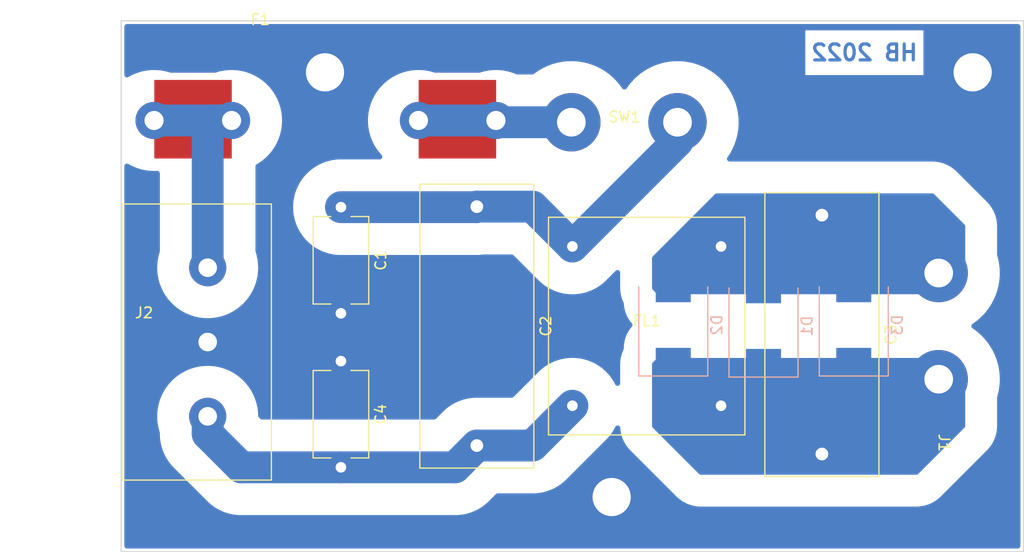
<source format=kicad_pcb>
(kicad_pcb (version 20211014) (generator pcbnew)
  (layers (0 "F.Cu" signal) (31 "B.Cu" signal) (34 "B.Paste" user) (35 "F.Paste" user) (36 "B.SilkS" user "B.Silkscreen") (37 "F.SilkS" user "F.Silkscreen") (38 "B.Mask" user) (39 "F.Mask" user) (44 "Edge.Cuts" user))
  (net 0 "")
  (net 1 "Net-(C1-Pad1)")
  (net 2 "Earth")
  (net 3 "Net-(C2-Pad2)")
  (net 4 "Net-(C3-Pad1)")
  (net 5 "Net-(C3-Pad2)")
  (net 6 "Net-(F1-Pad1)")
  (net 7 "Net-(F1-Pad2)")
  (footprint "Capacitor_THT:C_Disc_D8.0mm_W5.0mm_P10.00mm" (layer "F.Cu") (at 133.5 102.2 -90)
    (fp_text reference "C4" (at 5 -3.75 90) (layer "F.SilkS"))
    (fp_text value "1 nF")
    (fp_line (start 0.88 2.62) (end 9.12 2.62) (layer "F.SilkS") (width 0.12))
    (fp_line (start 9.12 0.946) (end 9.12 2.62) (layer "F.SilkS") (width 0.12))
    (fp_line (start 0.88 -2.62) (end 0.88 -0.946) (layer "F.SilkS") (width 0.12))
    (fp_line (start 0.88 0.946) (end 0.88 2.62) (layer "F.SilkS") (width 0.12))
    (fp_line (start 0.88 -2.62) (end 9.12 -2.62) (layer "F.SilkS") (width 0.12))
    (fp_line (start 9.12 -2.62) (end 9.12 -0.946) (layer "F.SilkS") (width 0.12))
    (pad "1" thru_hole circle (at 0 0 270) (size 2 2) (drill 1) (layers *.Cu *.Mask) (net 2 "Earth"))
    (pad "2" thru_hole circle (at 10 0 270) (size 2 2) (drill 1) (layers *.Cu *.Mask) (net 3 "Net-(C2-Pad2)"))
  )
  (footprint "KiCAD_Libraries:Dual_spades" (layer "F.Cu") (at 189.8 98.9 -90)
    (fp_text reference "J1" (at 11 -0.5 -90 unlocked) (layer "F.SilkS"))
    (fp_text value "Conn_01x02_Female")
    (pad "1" thru_hole circle (at -5 0 270) (size 5.5 5.5) (drill 2.7) (layers *.Cu *.Mask) (net 4 "Net-(C3-Pad1)"))
    (pad "2" thru_hole circle (at 5 0 270) (size 5.5 5.5) (drill 2.7) (layers *.Cu *.Mask) (net 5 "Net-(C3-Pad2)"))
  )
  (footprint "KiCAD_Libraries:IEC_C14_Appliance_Inlet" (layer "F.Cu") (at 120.95 100.4)
    (fp_text reference "J2" (at -6 -2.75 unlocked) (layer "F.SilkS"))
    (fp_text value "IEC_C14_Appliance_Inlet")
    (fp_rect (start -8 -13) (end 6 13) (layer "F.SilkS") (width 0.12) (fill none))
    (pad "1" thru_hole circle (at 0 -7) (size 3.5 3.5) (drill 1.75) (layers *.Cu *.Mask) (net 6 "Net-(F1-Pad1)"))
    (pad "2" thru_hole circle (at 0 0) (size 3.5 3.5) (drill 1.75) (layers *.Cu *.Mask) (net 2 "Earth"))
    (pad "3" thru_hole circle (at 0 7) (size 3.5 3.5) (drill 1.75) (layers *.Cu *.Mask) (net 3 "Net-(C2-Pad2)"))
  )
  (footprint "KiCAD_Libraries:Dual_spades" (layer "F.Cu") (at 160.2 79.7)
    (fp_text reference "SW1" (at 0 -0.5 unlocked) (layer "F.SilkS"))
    (fp_text value "SW_SPST")
    (pad "1" thru_hole circle (at -5 0) (size 5.5 5.5) (drill 2.7) (layers *.Cu *.Mask) (net 7 "Net-(F1-Pad2)"))
    (pad "2" thru_hole circle (at 5 0) (size 5.5 5.5) (drill 2.7) (layers *.Cu *.Mask) (net 1 "Net-(C1-Pad1)"))
  )
  (footprint "Capacitor_THT:C_Rect_L26.5mm_W10.5mm_P22.50mm_MKS4" (layer "F.Cu") (at 178.8 88.45 -90)
    (fp_text reference "C3" (at 11.25 -6.5 90) (layer "F.SilkS"))
    (fp_text value "470 nF")
    (fp_line (start -2.12 -5.37) (end -2.12 5.37) (layer "F.SilkS") (width 0.12))
    (fp_line (start -2.12 -5.37) (end 24.62 -5.37) (layer "F.SilkS") (width 0.12))
    (fp_line (start 24.62 -5.37) (end 24.62 5.37) (layer "F.SilkS") (width 0.12))
    (fp_line (start -2.12 5.37) (end 24.62 5.37) (layer "F.SilkS") (width 0.12))
    (pad "1" thru_hole circle (at 0 0 270) (size 2.4 2.4) (drill 1.2) (layers *.Cu *.Mask) (net 4 "Net-(C3-Pad1)"))
    (pad "2" thru_hole circle (at 22.5 0 270) (size 2.4 2.4) (drill 1.2) (layers *.Cu *.Mask) (net 5 "Net-(C3-Pad2)"))
  )
  (footprint "Capacitor_THT:C_Disc_D8.0mm_W5.0mm_P10.00mm" (layer "F.Cu") (at 133.5 87.7 -90)
    (fp_text reference "C1" (at 5 -3.75 90) (layer "F.SilkS"))
    (fp_text value "1 nF")
    (fp_line (start 9.12 -2.62) (end 9.12 -0.946) (layer "F.SilkS") (width 0.12))
    (fp_line (start 0.88 -2.62) (end 9.12 -2.62) (layer "F.SilkS") (width 0.12))
    (fp_line (start 9.12 0.946) (end 9.12 2.62) (layer "F.SilkS") (width 0.12))
    (fp_line (start 0.88 2.62) (end 9.12 2.62) (layer "F.SilkS") (width 0.12))
    (fp_line (start 0.88 0.946) (end 0.88 2.62) (layer "F.SilkS") (width 0.12))
    (fp_line (start 0.88 -2.62) (end 0.88 -0.946) (layer "F.SilkS") (width 0.12))
    (pad "1" thru_hole circle (at 0 0 270) (size 2 2) (drill 1) (layers *.Cu *.Mask) (net 1 "Net-(C1-Pad1)"))
    (pad "2" thru_hole circle (at 10 0 270) (size 2 2) (drill 1) (layers *.Cu *.Mask) (net 2 "Earth"))
  )
  (footprint "Capacitor_THT:C_Rect_L26.5mm_W10.5mm_P22.50mm_MKS4" (layer "F.Cu") (at 146.3 87.65 -90)
    (fp_text reference "C2" (at 11.25 -6.5 90) (layer "F.SilkS"))
    (fp_text value "470 nF")
    (fp_line (start -2.12 -5.37) (end -2.12 5.37) (layer "F.SilkS") (width 0.12))
    (fp_line (start -2.12 -5.37) (end 24.62 -5.37) (layer "F.SilkS") (width 0.12))
    (fp_line (start -2.12 5.37) (end 24.62 5.37) (layer "F.SilkS") (width 0.12))
    (fp_line (start 24.62 -5.37) (end 24.62 5.37) (layer "F.SilkS") (width 0.12))
    (pad "1" thru_hole circle (at 0 0 270) (size 2.4 2.4) (drill 1.2) (layers *.Cu *.Mask) (net 1 "Net-(C1-Pad1)"))
    (pad "2" thru_hole circle (at 22.5 0 270) (size 2.4 2.4) (drill 1.2) (layers *.Cu *.Mask) (net 3 "Net-(C2-Pad2)"))
  )
  (footprint "KiCAD_Libraries:Common_Mode_Choke_14x15mm" (layer "F.Cu") (at 162.3 98.9)
    (fp_text reference "FL1" (at 0 -0.5 unlocked) (layer "F.SilkS"))
    (fp_text value "Filter_EMI_CommonMode")
    (fp_rect (start -9.25 -10.25) (end 9.25 10.25) (layer "F.SilkS") (width 0.12) (fill none))
    (pad "1" thru_hole circle (at -7 -7.5) (size 2 2) (drill 1) (layers *.Cu *.Mask) (net 1 "Net-(C1-Pad1)"))
    (pad "2" thru_hole circle (at 7 -7.5) (size 2 2) (drill 1) (layers *.Cu *.Mask) (net 4 "Net-(C3-Pad1)"))
    (pad "3" thru_hole circle (at -7 7.5) (size 2 2) (drill 1) (layers *.Cu *.Mask) (net 3 "Net-(C2-Pad2)"))
    (pad "4" thru_hole circle (at 7 7.5) (size 2 2) (drill 1) (layers *.Cu *.Mask) (net 5 "Net-(C3-Pad2)"))
  )
  (footprint "My_Library:Fuseholder_Cylinder-6.3x30mm_Dual_Clips_Horizontal" (layer "F.Cu") (at 125.9 69.535)
    (fp_text reference "F1" (at 0 0.5) (layer "F.SilkS"))
    (fp_text value "Fuse")
    (fp_poly (pts (xy -2.73 13.53) (xy -9.93 13.53) (xy -9.93 6.23) (xy -2.73 6.23)) (layer "F.Cu") (width 0.1) (fill solid))
    (fp_poly (pts (xy 22.17 13.53) (xy 14.97 13.53) (xy 14.97 6.23) (xy 22.17 6.23)) (layer "F.Cu") (width 0.1) (fill solid))
    (pad "1" thru_hole circle locked (at -2.7 10) (size 3.5 3.5) (drill 1.8) (layers *.Cu *.Mask) (net 6 "Net-(F1-Pad1)"))
    (pad "1" thru_hole circle locked (at -10 10) (size 3.5 3.5) (drill 1.8) (layers *.Cu *.Mask) (net 6 "Net-(F1-Pad1)"))
    (pad "2" thru_hole circle locked (at 14.9 10) (size 3.5 3.5) (drill 1.8) (layers *.Cu *.Mask) (net 7 "Net-(F1-Pad2)"))
    (pad "2" thru_hole circle locked (at 22.2 10) (size 3.5 3.5) (drill 1.8) (layers *.Cu *.Mask) (net 7 "Net-(F1-Pad2)"))
  )
  (footprint "Diode_SMD:D_SMC" (layer "B.Cu") (at 164.8 98.8 90)
    (fp_text reference "D2" (at 0 4.1 90) (layer "B.SilkS") (effects (justify mirror)))
    (fp_text value "SMCJE200CA")
    (fp_line (start -4.8 3.25) (end 3.6 3.25) (layer "B.SilkS") (width 0.12))
    (fp_line (start -4.8 -3.25) (end -4.8 3.25) (layer "B.SilkS") (width 0.12))
    (fp_line (start -4.8 -3.25) (end 3.6 -3.25) (layer "B.SilkS") (width 0.12))
    (pad "1" smd rect (at -3.4 0) (size 3.3 2.5) (layers "B.Cu" "B.Paste" "B.Mask") (net 5 "Net-(C3-Pad2)"))
    (pad "2" smd rect (at 3.4 0) (size 3.3 2.5) (layers "B.Cu" "B.Paste" "B.Mask") (net 4 "Net-(C3-Pad1)"))
  )
  (footprint "Diode_SMD:D_SMC" (layer "B.Cu") (at 181.8 98.8 90)
    (fp_text reference "D3" (at 0 4.1 90) (layer "B.SilkS") (effects (justify mirror)))
    (fp_text value "SMCJE200CA")
    (fp_line (start -4.8 -3.25) (end 3.6 -3.25) (layer "B.SilkS") (width 0.12))
    (fp_line (start -4.8 -3.25) (end -4.8 3.25) (layer "B.SilkS") (width 0.12))
    (fp_line (start -4.8 3.25) (end 3.6 3.25) (layer "B.SilkS") (width 0.12))
    (pad "1" smd rect (at -3.4 0) (size 3.3 2.5) (layers "B.Cu" "B.Paste" "B.Mask") (net 5 "Net-(C3-Pad2)"))
    (pad "2" smd rect (at 3.4 0) (size 3.3 2.5) (layers "B.Cu" "B.Paste" "B.Mask") (net 4 "Net-(C3-Pad1)"))
  )
  (footprint "Diode_SMD:D_SMC" (layer "B.Cu") (at 173.3 98.9 90)
    (fp_text reference "D1" (at 0 4.1 90) (layer "B.SilkS") (effects (justify mirror)))
    (fp_text value "SMCJE200CA")
    (fp_line (start -4.8 3.25) (end 3.6 3.25) (layer "B.SilkS") (width 0.12))
    (fp_line (start -4.8 -3.25) (end 3.6 -3.25) (layer "B.SilkS") (width 0.12))
    (fp_line (start -4.8 -3.25) (end -4.8 3.25) (layer "B.SilkS") (width 0.12))
    (pad "1" smd rect (at -3.4 0) (size 3.3 2.5) (layers "B.Cu" "B.Paste" "B.Mask") (net 5 "Net-(C3-Pad2)"))
    (pad "2" smd rect (at 3.4 0) (size 3.3 2.5) (layers "B.Cu" "B.Paste" "B.Mask") (net 4 "Net-(C3-Pad1)"))
  )
  (gr_rect (start 112.8 120.15) (end 197.8 70.15) (layer "Edge.Cuts") (width 0.1) (fill none))
  (gr_text "HB 2022" (at 182.8 73.15) (layer "B.Cu") (effects (font (size 1.5 1.5) (thickness 0.3)) (justify mirror)))
  (segment (start 165.2 81.5) (end 165.2 79.7) (width 3) (layer "B.Cu") (net 1))
  (segment (start 151.55 87.65) (end 155.3 91.4) (width 3) (layer "B.Cu") (net 1))
  (segment (start 155.3 91.4) (end 165.2 81.5) (width 3) (layer "B.Cu") (net 1))
  (segment (start 146.25 87.7) (end 146.3 87.65) (width 3) (layer "B.Cu") (net 1))
  (segment (start 133.5 87.7) (end 146.25 87.7) (width 3) (layer "B.Cu") (net 1))
  (segment (start 146.3 87.65) (end 151.55 87.65) (width 3) (layer "B.Cu") (net 1))
  (via (at 132 75) (size 8) (drill 3.6) (layers "F.Cu" "B.Cu") (net 2))
  (via (at 193 75) (size 8) (drill 3.6) (layers "F.Cu" "B.Cu") (net 2))
  (via (at 159 115) (size 8) (drill 3.6) (layers "F.Cu" "B.Cu") (net 2))
  (segment (start 130.8 100.4) (end 133.5 97.7) (width 3) (layer "B.Cu") (net 2))
  (segment (start 133.5 102.2) (end 132.6 102.2) (width 3) (layer "B.Cu") (net 2))
  (segment (start 120.95 100.4) (end 130.8 100.4) (width 3) (layer "B.Cu") (net 2))
  (segment (start 132.6 102.2) (end 130.8 100.4) (width 3) (layer "B.Cu") (net 2))
  (segment (start 124.1 112.2) (end 133.5 112.2) (width 3) (layer "B.Cu") (net 3))
  (segment (start 133.5 112.2) (end 144.25 112.2) (width 3) (layer "B.Cu") (net 3))
  (segment (start 120.95 107.4) (end 120.95 109.05) (width 3) (layer "B.Cu") (net 3))
  (segment (start 144.25 112.2) (end 146.3 110.15) (width 3) (layer "B.Cu") (net 3))
  (segment (start 151.55 110.15) (end 155.3 106.4) (width 3) (layer "B.Cu") (net 3))
  (segment (start 146.3 110.15) (end 151.55 110.15) (width 3) (layer "B.Cu") (net 3))
  (segment (start 120.95 109.05) (end 124.1 112.2) (width 3) (layer "B.Cu") (net 3))
  (segment (start 173.4 95.4) (end 173.3 95.5) (width 1) (layer "B.Cu") (net 4))
  (segment (start 168.8 91.4) (end 169.3 91.4) (width 1) (layer "B.Cu") (net 4))
  (segment (start 164.9 95.5) (end 164.8 95.4) (width 1) (layer "B.Cu") (net 4))
  (segment (start 181.7 102.3) (end 181.8 102.2) (width 1) (layer "B.Cu") (net 5))
  (segment (start 164.8 102.2) (end 165.1 102.2) (width 1) (layer "B.Cu") (net 5))
  (segment (start 173.3 102.4) (end 173.3 102.3) (width 1) (layer "B.Cu") (net 5))
  (segment (start 120.95 79.75) (end 121.165 79.535) (width 3) (layer "B.Cu") (net 6))
  (segment (start 120.95 93.4) (end 120.95 79.75) (width 3) (layer "B.Cu") (net 6))
  (segment (start 115.9 79.535) (end 123.2 79.535) (width 3) (layer "B.Cu") (net 6))
  (segment (start 121.165 79.535) (end 123.2 79.535) (width 3) (layer "B.Cu") (net 6))
  (segment (start 148.265 79.7) (end 148.1 79.535) (width 3) (layer "B.Cu") (net 7))
  (segment (start 148.1 79.535) (end 140.8 79.535) (width 3) (layer "B.Cu") (net 7))
  (segment (start 155.2 79.7) (end 148.265 79.7) (width 3) (layer "B.Cu") (net 7))
  (zone (net 0) (net_name "") (layer "B.Cu") (connect_pads (clearance 0)) (min_thickness 0.254)
    (keepout (tracks allowed) (vias not_allowed) (pads not_allowed) (copperpour not_allowed) (footprints allowed))
    (fill (thermal_gap 0.508) (thermal_bridge_width 0.508))
    (polygon (pts (xy 187.8 74.15) (xy 177.8 74.15) (xy 177.8 72.15) (xy 187.8 72.15)))
  )
  (zone (net 5) (net_name "Net-(C3-Pad2)") (layer "B.Cu") (name "XFO_N") (priority 1) (connect_pads yes (clearance 0.3)) (min_thickness 0.5) (fill yes (thermal_gap 0.508) (thermal_bridge_width 0.508))
    (polygon (pts (xy 192.3 103.9) (xy 192.3 108.4) (xy 187.8 112.9) (xy 167.3 112.9) (xy 162.8 108.4) (xy 162.8 102.4) (xy 163.3 101.9) (xy 186.3 101.9) (xy 190.3 101.9)))
  )
  (zone (net 4) (net_name "Net-(C3-Pad1)") (layer "B.Cu") (name "XFO_L") (priority 1) (connect_pads yes (clearance 0.3)) (min_thickness 0.5) (fill yes (thermal_gap 0.508) (thermal_bridge_width 0.508))
    (polygon (pts (xy 192.3 89.4) (xy 192.3 93.9) (xy 190.3 95.9) (xy 163.3 95.9) (xy 162.8 95.4) (xy 162.8 92.4) (xy 168.8 86.4) (xy 189.3 86.4)))
  )
  (zone (net 2) (net_name "Earth") (layer "B.Cu") (name "Earth_1") (connect_pads yes (clearance 0.3)) (min_thickness 0.5) (fill yes (thermal_gap 0.508) (thermal_bridge_width 0.508))
    (polygon (pts (xy 197.8 120.15) (xy 112.8 120.15) (xy 112.8 70.15) (xy 197.8 70.15)))
  )
)
</source>
